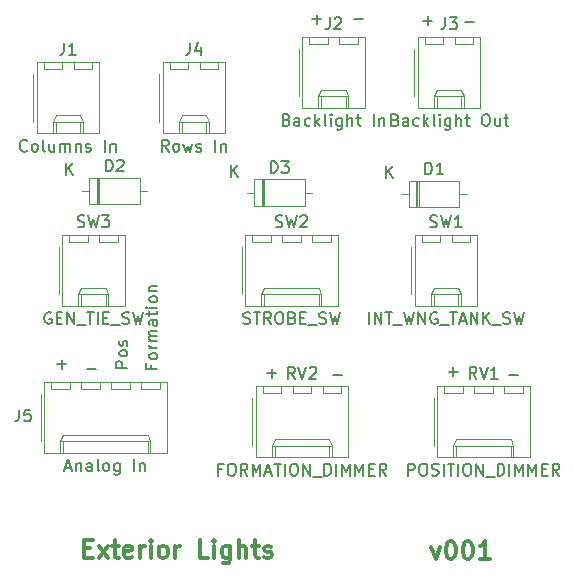
<source format=gbr>
G04 #@! TF.GenerationSoftware,KiCad,Pcbnew,(5.1.5-0-10_14)*
G04 #@! TF.CreationDate,2021-02-06T14:13:38+10:00*
G04 #@! TF.ProjectId,OH - Left Console - 4 - Exterior Lights Panel,4f48202d-204c-4656-9674-20436f6e736f,rev?*
G04 #@! TF.SameCoordinates,Original*
G04 #@! TF.FileFunction,Legend,Top*
G04 #@! TF.FilePolarity,Positive*
%FSLAX46Y46*%
G04 Gerber Fmt 4.6, Leading zero omitted, Abs format (unit mm)*
G04 Created by KiCad (PCBNEW (5.1.5-0-10_14)) date 2021-02-06 14:13:38*
%MOMM*%
%LPD*%
G04 APERTURE LIST*
%ADD10C,0.150000*%
%ADD11C,0.300000*%
%ADD12C,0.120000*%
G04 APERTURE END LIST*
D10*
X141478047Y-131008428D02*
X142239952Y-131008428D01*
X109164380Y-130405047D02*
X108164380Y-130405047D01*
X108164380Y-130024095D01*
X108212000Y-129928857D01*
X108259619Y-129881238D01*
X108354857Y-129833619D01*
X108497714Y-129833619D01*
X108592952Y-129881238D01*
X108640571Y-129928857D01*
X108688190Y-130024095D01*
X108688190Y-130405047D01*
X109164380Y-129262190D02*
X109116761Y-129357428D01*
X109069142Y-129405047D01*
X108973904Y-129452666D01*
X108688190Y-129452666D01*
X108592952Y-129405047D01*
X108545333Y-129357428D01*
X108497714Y-129262190D01*
X108497714Y-129119333D01*
X108545333Y-129024095D01*
X108592952Y-128976476D01*
X108688190Y-128928857D01*
X108973904Y-128928857D01*
X109069142Y-128976476D01*
X109116761Y-129024095D01*
X109164380Y-129119333D01*
X109164380Y-129262190D01*
X109116761Y-128547904D02*
X109164380Y-128452666D01*
X109164380Y-128262190D01*
X109116761Y-128166952D01*
X109021523Y-128119333D01*
X108973904Y-128119333D01*
X108878666Y-128166952D01*
X108831047Y-128262190D01*
X108831047Y-128405047D01*
X108783428Y-128500285D01*
X108688190Y-128547904D01*
X108640571Y-128547904D01*
X108545333Y-128500285D01*
X108497714Y-128405047D01*
X108497714Y-128262190D01*
X108545333Y-128166952D01*
X111180571Y-130166666D02*
X111180571Y-130500000D01*
X111704380Y-130500000D02*
X110704380Y-130500000D01*
X110704380Y-130023809D01*
X111704380Y-129500000D02*
X111656761Y-129595238D01*
X111609142Y-129642857D01*
X111513904Y-129690476D01*
X111228190Y-129690476D01*
X111132952Y-129642857D01*
X111085333Y-129595238D01*
X111037714Y-129500000D01*
X111037714Y-129357142D01*
X111085333Y-129261904D01*
X111132952Y-129214285D01*
X111228190Y-129166666D01*
X111513904Y-129166666D01*
X111609142Y-129214285D01*
X111656761Y-129261904D01*
X111704380Y-129357142D01*
X111704380Y-129500000D01*
X111704380Y-128738095D02*
X111037714Y-128738095D01*
X111228190Y-128738095D02*
X111132952Y-128690476D01*
X111085333Y-128642857D01*
X111037714Y-128547619D01*
X111037714Y-128452380D01*
X111704380Y-128119047D02*
X111037714Y-128119047D01*
X111132952Y-128119047D02*
X111085333Y-128071428D01*
X111037714Y-127976190D01*
X111037714Y-127833333D01*
X111085333Y-127738095D01*
X111180571Y-127690476D01*
X111704380Y-127690476D01*
X111180571Y-127690476D02*
X111085333Y-127642857D01*
X111037714Y-127547619D01*
X111037714Y-127404761D01*
X111085333Y-127309523D01*
X111180571Y-127261904D01*
X111704380Y-127261904D01*
X111704380Y-126357142D02*
X111180571Y-126357142D01*
X111085333Y-126404761D01*
X111037714Y-126500000D01*
X111037714Y-126690476D01*
X111085333Y-126785714D01*
X111656761Y-126357142D02*
X111704380Y-126452380D01*
X111704380Y-126690476D01*
X111656761Y-126785714D01*
X111561523Y-126833333D01*
X111466285Y-126833333D01*
X111371047Y-126785714D01*
X111323428Y-126690476D01*
X111323428Y-126452380D01*
X111275809Y-126357142D01*
X111037714Y-126023809D02*
X111037714Y-125642857D01*
X110704380Y-125880952D02*
X111561523Y-125880952D01*
X111656761Y-125833333D01*
X111704380Y-125738095D01*
X111704380Y-125642857D01*
X111704380Y-125309523D02*
X111037714Y-125309523D01*
X110704380Y-125309523D02*
X110752000Y-125357142D01*
X110799619Y-125309523D01*
X110752000Y-125261904D01*
X110704380Y-125309523D01*
X110799619Y-125309523D01*
X111704380Y-124690476D02*
X111656761Y-124785714D01*
X111609142Y-124833333D01*
X111513904Y-124880952D01*
X111228190Y-124880952D01*
X111132952Y-124833333D01*
X111085333Y-124785714D01*
X111037714Y-124690476D01*
X111037714Y-124547619D01*
X111085333Y-124452380D01*
X111132952Y-124404761D01*
X111228190Y-124357142D01*
X111513904Y-124357142D01*
X111609142Y-124404761D01*
X111656761Y-124452380D01*
X111704380Y-124547619D01*
X111704380Y-124690476D01*
X111037714Y-123928571D02*
X111704380Y-123928571D01*
X111132952Y-123928571D02*
X111085333Y-123880952D01*
X111037714Y-123785714D01*
X111037714Y-123642857D01*
X111085333Y-123547619D01*
X111180571Y-123500000D01*
X111704380Y-123500000D01*
X137795047Y-101163428D02*
X138556952Y-101163428D01*
X128397047Y-100909428D02*
X129158952Y-100909428D01*
X134239047Y-101036428D02*
X135000952Y-101036428D01*
X134620000Y-101417380D02*
X134620000Y-100655476D01*
X124841047Y-100909428D02*
X125602952Y-100909428D01*
X125222000Y-101290380D02*
X125222000Y-100528476D01*
X126619047Y-131008428D02*
X127380952Y-131008428D01*
X105791047Y-130500428D02*
X106552952Y-130500428D01*
X136398047Y-130754428D02*
X137159952Y-130754428D01*
X136779000Y-131135380D02*
X136779000Y-130373476D01*
X121031047Y-130881428D02*
X121792952Y-130881428D01*
X121412000Y-131262380D02*
X121412000Y-130500476D01*
X103251047Y-130119428D02*
X104012952Y-130119428D01*
X103632000Y-130500380D02*
X103632000Y-129738476D01*
D11*
X134914000Y-145601571D02*
X135271142Y-146601571D01*
X135628285Y-145601571D01*
X136485428Y-145101571D02*
X136628285Y-145101571D01*
X136771142Y-145173000D01*
X136842571Y-145244428D01*
X136914000Y-145387285D01*
X136985428Y-145673000D01*
X136985428Y-146030142D01*
X136914000Y-146315857D01*
X136842571Y-146458714D01*
X136771142Y-146530142D01*
X136628285Y-146601571D01*
X136485428Y-146601571D01*
X136342571Y-146530142D01*
X136271142Y-146458714D01*
X136199714Y-146315857D01*
X136128285Y-146030142D01*
X136128285Y-145673000D01*
X136199714Y-145387285D01*
X136271142Y-145244428D01*
X136342571Y-145173000D01*
X136485428Y-145101571D01*
X137914000Y-145101571D02*
X138056857Y-145101571D01*
X138199714Y-145173000D01*
X138271142Y-145244428D01*
X138342571Y-145387285D01*
X138414000Y-145673000D01*
X138414000Y-146030142D01*
X138342571Y-146315857D01*
X138271142Y-146458714D01*
X138199714Y-146530142D01*
X138056857Y-146601571D01*
X137914000Y-146601571D01*
X137771142Y-146530142D01*
X137699714Y-146458714D01*
X137628285Y-146315857D01*
X137556857Y-146030142D01*
X137556857Y-145673000D01*
X137628285Y-145387285D01*
X137699714Y-145244428D01*
X137771142Y-145173000D01*
X137914000Y-145101571D01*
X139842571Y-146601571D02*
X138985428Y-146601571D01*
X139414000Y-146601571D02*
X139414000Y-145101571D01*
X139271142Y-145315857D01*
X139128285Y-145458714D01*
X138985428Y-145530142D01*
X105518142Y-145688857D02*
X106018142Y-145688857D01*
X106232428Y-146474571D02*
X105518142Y-146474571D01*
X105518142Y-144974571D01*
X106232428Y-144974571D01*
X106732428Y-146474571D02*
X107518142Y-145474571D01*
X106732428Y-145474571D02*
X107518142Y-146474571D01*
X107875285Y-145474571D02*
X108446714Y-145474571D01*
X108089571Y-144974571D02*
X108089571Y-146260285D01*
X108161000Y-146403142D01*
X108303857Y-146474571D01*
X108446714Y-146474571D01*
X109518142Y-146403142D02*
X109375285Y-146474571D01*
X109089571Y-146474571D01*
X108946714Y-146403142D01*
X108875285Y-146260285D01*
X108875285Y-145688857D01*
X108946714Y-145546000D01*
X109089571Y-145474571D01*
X109375285Y-145474571D01*
X109518142Y-145546000D01*
X109589571Y-145688857D01*
X109589571Y-145831714D01*
X108875285Y-145974571D01*
X110232428Y-146474571D02*
X110232428Y-145474571D01*
X110232428Y-145760285D02*
X110303857Y-145617428D01*
X110375285Y-145546000D01*
X110518142Y-145474571D01*
X110661000Y-145474571D01*
X111161000Y-146474571D02*
X111161000Y-145474571D01*
X111161000Y-144974571D02*
X111089571Y-145046000D01*
X111161000Y-145117428D01*
X111232428Y-145046000D01*
X111161000Y-144974571D01*
X111161000Y-145117428D01*
X112089571Y-146474571D02*
X111946714Y-146403142D01*
X111875285Y-146331714D01*
X111803857Y-146188857D01*
X111803857Y-145760285D01*
X111875285Y-145617428D01*
X111946714Y-145546000D01*
X112089571Y-145474571D01*
X112303857Y-145474571D01*
X112446714Y-145546000D01*
X112518142Y-145617428D01*
X112589571Y-145760285D01*
X112589571Y-146188857D01*
X112518142Y-146331714D01*
X112446714Y-146403142D01*
X112303857Y-146474571D01*
X112089571Y-146474571D01*
X113232428Y-146474571D02*
X113232428Y-145474571D01*
X113232428Y-145760285D02*
X113303857Y-145617428D01*
X113375285Y-145546000D01*
X113518142Y-145474571D01*
X113661000Y-145474571D01*
X116018142Y-146474571D02*
X115303857Y-146474571D01*
X115303857Y-144974571D01*
X116518142Y-146474571D02*
X116518142Y-145474571D01*
X116518142Y-144974571D02*
X116446714Y-145046000D01*
X116518142Y-145117428D01*
X116589571Y-145046000D01*
X116518142Y-144974571D01*
X116518142Y-145117428D01*
X117875285Y-145474571D02*
X117875285Y-146688857D01*
X117803857Y-146831714D01*
X117732428Y-146903142D01*
X117589571Y-146974571D01*
X117375285Y-146974571D01*
X117232428Y-146903142D01*
X117875285Y-146403142D02*
X117732428Y-146474571D01*
X117446714Y-146474571D01*
X117303857Y-146403142D01*
X117232428Y-146331714D01*
X117161000Y-146188857D01*
X117161000Y-145760285D01*
X117232428Y-145617428D01*
X117303857Y-145546000D01*
X117446714Y-145474571D01*
X117732428Y-145474571D01*
X117875285Y-145546000D01*
X118589571Y-146474571D02*
X118589571Y-144974571D01*
X119232428Y-146474571D02*
X119232428Y-145688857D01*
X119161000Y-145546000D01*
X119018142Y-145474571D01*
X118803857Y-145474571D01*
X118661000Y-145546000D01*
X118589571Y-145617428D01*
X119732428Y-145474571D02*
X120303857Y-145474571D01*
X119946714Y-144974571D02*
X119946714Y-146260285D01*
X120018142Y-146403142D01*
X120161000Y-146474571D01*
X120303857Y-146474571D01*
X120732428Y-146403142D02*
X120875285Y-146474571D01*
X121161000Y-146474571D01*
X121303857Y-146403142D01*
X121375285Y-146260285D01*
X121375285Y-146188857D01*
X121303857Y-146046000D01*
X121161000Y-145974571D01*
X120946714Y-145974571D01*
X120803857Y-145903142D01*
X120732428Y-145760285D01*
X120732428Y-145688857D01*
X120803857Y-145546000D01*
X120946714Y-145474571D01*
X121161000Y-145474571D01*
X121303857Y-145546000D01*
D12*
X138214000Y-119744000D02*
X138214000Y-119144000D01*
X136614000Y-119744000D02*
X138214000Y-119744000D01*
X136614000Y-119144000D02*
X136614000Y-119744000D01*
X135674000Y-119744000D02*
X135674000Y-119144000D01*
X134074000Y-119744000D02*
X135674000Y-119744000D01*
X134074000Y-119144000D02*
X134074000Y-119744000D01*
X137164000Y-125164000D02*
X137164000Y-124164000D01*
X135124000Y-125164000D02*
X135124000Y-124164000D01*
X137164000Y-123634000D02*
X137414000Y-124164000D01*
X135124000Y-123634000D02*
X137164000Y-123634000D01*
X134874000Y-124164000D02*
X135124000Y-123634000D01*
X137414000Y-124164000D02*
X137414000Y-125164000D01*
X134874000Y-124164000D02*
X137414000Y-124164000D01*
X134874000Y-125164000D02*
X134874000Y-124164000D01*
X133204000Y-120174000D02*
X133204000Y-124174000D01*
X138794000Y-119144000D02*
X133494000Y-119144000D01*
X138794000Y-125164000D02*
X138794000Y-119144000D01*
X133494000Y-125164000D02*
X138794000Y-125164000D01*
X133494000Y-119144000D02*
X133494000Y-125164000D01*
X108369000Y-119744000D02*
X108369000Y-119144000D01*
X106769000Y-119744000D02*
X108369000Y-119744000D01*
X106769000Y-119144000D02*
X106769000Y-119744000D01*
X105829000Y-119744000D02*
X105829000Y-119144000D01*
X104229000Y-119744000D02*
X105829000Y-119744000D01*
X104229000Y-119144000D02*
X104229000Y-119744000D01*
X107319000Y-125164000D02*
X107319000Y-124164000D01*
X105279000Y-125164000D02*
X105279000Y-124164000D01*
X107319000Y-123634000D02*
X107569000Y-124164000D01*
X105279000Y-123634000D02*
X107319000Y-123634000D01*
X105029000Y-124164000D02*
X105279000Y-123634000D01*
X107569000Y-124164000D02*
X107569000Y-125164000D01*
X105029000Y-124164000D02*
X107569000Y-124164000D01*
X105029000Y-125164000D02*
X105029000Y-124164000D01*
X103359000Y-120174000D02*
X103359000Y-124174000D01*
X108949000Y-119144000D02*
X103649000Y-119144000D01*
X108949000Y-125164000D02*
X108949000Y-119144000D01*
X103649000Y-125164000D02*
X108949000Y-125164000D01*
X103649000Y-119144000D02*
X103649000Y-125164000D01*
X111925000Y-132190000D02*
X111925000Y-131590000D01*
X110325000Y-132190000D02*
X111925000Y-132190000D01*
X110325000Y-131590000D02*
X110325000Y-132190000D01*
X109385000Y-132190000D02*
X109385000Y-131590000D01*
X107785000Y-132190000D02*
X109385000Y-132190000D01*
X107785000Y-131590000D02*
X107785000Y-132190000D01*
X106845000Y-132190000D02*
X106845000Y-131590000D01*
X105245000Y-132190000D02*
X106845000Y-132190000D01*
X105245000Y-131590000D02*
X105245000Y-132190000D01*
X104305000Y-132190000D02*
X104305000Y-131590000D01*
X102705000Y-132190000D02*
X104305000Y-132190000D01*
X102705000Y-131590000D02*
X102705000Y-132190000D01*
X110875000Y-137610000D02*
X110875000Y-136610000D01*
X103755000Y-137610000D02*
X103755000Y-136610000D01*
X110875000Y-136080000D02*
X111125000Y-136610000D01*
X103755000Y-136080000D02*
X110875000Y-136080000D01*
X103505000Y-136610000D02*
X103755000Y-136080000D01*
X111125000Y-136610000D02*
X111125000Y-137610000D01*
X103505000Y-136610000D02*
X111125000Y-136610000D01*
X103505000Y-137610000D02*
X103505000Y-136610000D01*
X101835000Y-132620000D02*
X101835000Y-136620000D01*
X112505000Y-131590000D02*
X102125000Y-131590000D01*
X112505000Y-137610000D02*
X112505000Y-131590000D01*
X102125000Y-137610000D02*
X112505000Y-137610000D01*
X102125000Y-131590000D02*
X102125000Y-137610000D01*
X116878000Y-105139000D02*
X116878000Y-104539000D01*
X115278000Y-105139000D02*
X116878000Y-105139000D01*
X115278000Y-104539000D02*
X115278000Y-105139000D01*
X114338000Y-105139000D02*
X114338000Y-104539000D01*
X112738000Y-105139000D02*
X114338000Y-105139000D01*
X112738000Y-104539000D02*
X112738000Y-105139000D01*
X115828000Y-110559000D02*
X115828000Y-109559000D01*
X113788000Y-110559000D02*
X113788000Y-109559000D01*
X115828000Y-109029000D02*
X116078000Y-109559000D01*
X113788000Y-109029000D02*
X115828000Y-109029000D01*
X113538000Y-109559000D02*
X113788000Y-109029000D01*
X116078000Y-109559000D02*
X116078000Y-110559000D01*
X113538000Y-109559000D02*
X116078000Y-109559000D01*
X113538000Y-110559000D02*
X113538000Y-109559000D01*
X111868000Y-105569000D02*
X111868000Y-109569000D01*
X117458000Y-104539000D02*
X112158000Y-104539000D01*
X117458000Y-110559000D02*
X117458000Y-104539000D01*
X112158000Y-110559000D02*
X117458000Y-110559000D01*
X112158000Y-104539000D02*
X112158000Y-110559000D01*
X138468000Y-102980000D02*
X138468000Y-102380000D01*
X136868000Y-102980000D02*
X138468000Y-102980000D01*
X136868000Y-102380000D02*
X136868000Y-102980000D01*
X135928000Y-102980000D02*
X135928000Y-102380000D01*
X134328000Y-102980000D02*
X135928000Y-102980000D01*
X134328000Y-102380000D02*
X134328000Y-102980000D01*
X137418000Y-108400000D02*
X137418000Y-107400000D01*
X135378000Y-108400000D02*
X135378000Y-107400000D01*
X137418000Y-106870000D02*
X137668000Y-107400000D01*
X135378000Y-106870000D02*
X137418000Y-106870000D01*
X135128000Y-107400000D02*
X135378000Y-106870000D01*
X137668000Y-107400000D02*
X137668000Y-108400000D01*
X135128000Y-107400000D02*
X137668000Y-107400000D01*
X135128000Y-108400000D02*
X135128000Y-107400000D01*
X133458000Y-103410000D02*
X133458000Y-107410000D01*
X139048000Y-102380000D02*
X133748000Y-102380000D01*
X139048000Y-108400000D02*
X139048000Y-102380000D01*
X133748000Y-108400000D02*
X139048000Y-108400000D01*
X133748000Y-102380000D02*
X133748000Y-108400000D01*
X128689000Y-102980000D02*
X128689000Y-102380000D01*
X127089000Y-102980000D02*
X128689000Y-102980000D01*
X127089000Y-102380000D02*
X127089000Y-102980000D01*
X126149000Y-102980000D02*
X126149000Y-102380000D01*
X124549000Y-102980000D02*
X126149000Y-102980000D01*
X124549000Y-102380000D02*
X124549000Y-102980000D01*
X127639000Y-108400000D02*
X127639000Y-107400000D01*
X125599000Y-108400000D02*
X125599000Y-107400000D01*
X127639000Y-106870000D02*
X127889000Y-107400000D01*
X125599000Y-106870000D02*
X127639000Y-106870000D01*
X125349000Y-107400000D02*
X125599000Y-106870000D01*
X127889000Y-107400000D02*
X127889000Y-108400000D01*
X125349000Y-107400000D02*
X127889000Y-107400000D01*
X125349000Y-108400000D02*
X125349000Y-107400000D01*
X123679000Y-103410000D02*
X123679000Y-107410000D01*
X129269000Y-102380000D02*
X123969000Y-102380000D01*
X129269000Y-108400000D02*
X129269000Y-102380000D01*
X123969000Y-108400000D02*
X129269000Y-108400000D01*
X123969000Y-102380000D02*
X123969000Y-108400000D01*
X106210000Y-105139000D02*
X106210000Y-104539000D01*
X104610000Y-105139000D02*
X106210000Y-105139000D01*
X104610000Y-104539000D02*
X104610000Y-105139000D01*
X103670000Y-105139000D02*
X103670000Y-104539000D01*
X102070000Y-105139000D02*
X103670000Y-105139000D01*
X102070000Y-104539000D02*
X102070000Y-105139000D01*
X105160000Y-110559000D02*
X105160000Y-109559000D01*
X103120000Y-110559000D02*
X103120000Y-109559000D01*
X105160000Y-109029000D02*
X105410000Y-109559000D01*
X103120000Y-109029000D02*
X105160000Y-109029000D01*
X102870000Y-109559000D02*
X103120000Y-109029000D01*
X105410000Y-109559000D02*
X105410000Y-110559000D01*
X102870000Y-109559000D02*
X105410000Y-109559000D01*
X102870000Y-110559000D02*
X102870000Y-109559000D01*
X101200000Y-105569000D02*
X101200000Y-109569000D01*
X106790000Y-104539000D02*
X101490000Y-104539000D01*
X106790000Y-110559000D02*
X106790000Y-104539000D01*
X101490000Y-110559000D02*
X106790000Y-110559000D01*
X101490000Y-104539000D02*
X101490000Y-110559000D01*
X120527000Y-114450000D02*
X120527000Y-116690000D01*
X120767000Y-114450000D02*
X120767000Y-116690000D01*
X120647000Y-114450000D02*
X120647000Y-116690000D01*
X124817000Y-115570000D02*
X124167000Y-115570000D01*
X119277000Y-115570000D02*
X119927000Y-115570000D01*
X124167000Y-114450000D02*
X119927000Y-114450000D01*
X124167000Y-116690000D02*
X124167000Y-114450000D01*
X119927000Y-116690000D02*
X124167000Y-116690000D01*
X119927000Y-114450000D02*
X119927000Y-116690000D01*
X106557000Y-114323000D02*
X106557000Y-116563000D01*
X106797000Y-114323000D02*
X106797000Y-116563000D01*
X106677000Y-114323000D02*
X106677000Y-116563000D01*
X110847000Y-115443000D02*
X110197000Y-115443000D01*
X105307000Y-115443000D02*
X105957000Y-115443000D01*
X110197000Y-114323000D02*
X105957000Y-114323000D01*
X110197000Y-116563000D02*
X110197000Y-114323000D01*
X105957000Y-116563000D02*
X110197000Y-116563000D01*
X105957000Y-114323000D02*
X105957000Y-116563000D01*
X133608000Y-114577000D02*
X133608000Y-116817000D01*
X133848000Y-114577000D02*
X133848000Y-116817000D01*
X133728000Y-114577000D02*
X133728000Y-116817000D01*
X137898000Y-115697000D02*
X137248000Y-115697000D01*
X132358000Y-115697000D02*
X133008000Y-115697000D01*
X137248000Y-114577000D02*
X133008000Y-114577000D01*
X137248000Y-116817000D02*
X137248000Y-114577000D01*
X133008000Y-116817000D02*
X137248000Y-116817000D01*
X133008000Y-114577000D02*
X133008000Y-116817000D01*
X126403000Y-119744000D02*
X126403000Y-119144000D01*
X124803000Y-119744000D02*
X126403000Y-119744000D01*
X124803000Y-119144000D02*
X124803000Y-119744000D01*
X123863000Y-119744000D02*
X123863000Y-119144000D01*
X122263000Y-119744000D02*
X123863000Y-119744000D01*
X122263000Y-119144000D02*
X122263000Y-119744000D01*
X121323000Y-119744000D02*
X121323000Y-119144000D01*
X119723000Y-119744000D02*
X121323000Y-119744000D01*
X119723000Y-119144000D02*
X119723000Y-119744000D01*
X125353000Y-125164000D02*
X125353000Y-124164000D01*
X120773000Y-125164000D02*
X120773000Y-124164000D01*
X125353000Y-123634000D02*
X125603000Y-124164000D01*
X120773000Y-123634000D02*
X125353000Y-123634000D01*
X120523000Y-124164000D02*
X120773000Y-123634000D01*
X125603000Y-124164000D02*
X125603000Y-125164000D01*
X120523000Y-124164000D02*
X125603000Y-124164000D01*
X120523000Y-125164000D02*
X120523000Y-124164000D01*
X118853000Y-120174000D02*
X118853000Y-124174000D01*
X126983000Y-119144000D02*
X119143000Y-119144000D01*
X126983000Y-125164000D02*
X126983000Y-119144000D01*
X119143000Y-125164000D02*
X126983000Y-125164000D01*
X119143000Y-119144000D02*
X119143000Y-125164000D01*
X127292000Y-132571000D02*
X127292000Y-131971000D01*
X125692000Y-132571000D02*
X127292000Y-132571000D01*
X125692000Y-131971000D02*
X125692000Y-132571000D01*
X124752000Y-132571000D02*
X124752000Y-131971000D01*
X123152000Y-132571000D02*
X124752000Y-132571000D01*
X123152000Y-131971000D02*
X123152000Y-132571000D01*
X122212000Y-132571000D02*
X122212000Y-131971000D01*
X120612000Y-132571000D02*
X122212000Y-132571000D01*
X120612000Y-131971000D02*
X120612000Y-132571000D01*
X126242000Y-137991000D02*
X126242000Y-136991000D01*
X121662000Y-137991000D02*
X121662000Y-136991000D01*
X126242000Y-136461000D02*
X126492000Y-136991000D01*
X121662000Y-136461000D02*
X126242000Y-136461000D01*
X121412000Y-136991000D02*
X121662000Y-136461000D01*
X126492000Y-136991000D02*
X126492000Y-137991000D01*
X121412000Y-136991000D02*
X126492000Y-136991000D01*
X121412000Y-137991000D02*
X121412000Y-136991000D01*
X119742000Y-133001000D02*
X119742000Y-137001000D01*
X127872000Y-131971000D02*
X120032000Y-131971000D01*
X127872000Y-137991000D02*
X127872000Y-131971000D01*
X120032000Y-137991000D02*
X127872000Y-137991000D01*
X120032000Y-131971000D02*
X120032000Y-137991000D01*
X142659000Y-132571000D02*
X142659000Y-131971000D01*
X141059000Y-132571000D02*
X142659000Y-132571000D01*
X141059000Y-131971000D02*
X141059000Y-132571000D01*
X140119000Y-132571000D02*
X140119000Y-131971000D01*
X138519000Y-132571000D02*
X140119000Y-132571000D01*
X138519000Y-131971000D02*
X138519000Y-132571000D01*
X137579000Y-132571000D02*
X137579000Y-131971000D01*
X135979000Y-132571000D02*
X137579000Y-132571000D01*
X135979000Y-131971000D02*
X135979000Y-132571000D01*
X141609000Y-137991000D02*
X141609000Y-136991000D01*
X137029000Y-137991000D02*
X137029000Y-136991000D01*
X141609000Y-136461000D02*
X141859000Y-136991000D01*
X137029000Y-136461000D02*
X141609000Y-136461000D01*
X136779000Y-136991000D02*
X137029000Y-136461000D01*
X141859000Y-136991000D02*
X141859000Y-137991000D01*
X136779000Y-136991000D02*
X141859000Y-136991000D01*
X136779000Y-137991000D02*
X136779000Y-136991000D01*
X135109000Y-133001000D02*
X135109000Y-137001000D01*
X143239000Y-131971000D02*
X135399000Y-131971000D01*
X143239000Y-137991000D02*
X143239000Y-131971000D01*
X135399000Y-137991000D02*
X143239000Y-137991000D01*
X135399000Y-131971000D02*
X135399000Y-137991000D01*
D10*
X134810666Y-118458761D02*
X134953523Y-118506380D01*
X135191619Y-118506380D01*
X135286857Y-118458761D01*
X135334476Y-118411142D01*
X135382095Y-118315904D01*
X135382095Y-118220666D01*
X135334476Y-118125428D01*
X135286857Y-118077809D01*
X135191619Y-118030190D01*
X135001142Y-117982571D01*
X134905904Y-117934952D01*
X134858285Y-117887333D01*
X134810666Y-117792095D01*
X134810666Y-117696857D01*
X134858285Y-117601619D01*
X134905904Y-117554000D01*
X135001142Y-117506380D01*
X135239238Y-117506380D01*
X135382095Y-117554000D01*
X135715428Y-117506380D02*
X135953523Y-118506380D01*
X136144000Y-117792095D01*
X136334476Y-118506380D01*
X136572571Y-117506380D01*
X137477333Y-118506380D02*
X136905904Y-118506380D01*
X137191619Y-118506380D02*
X137191619Y-117506380D01*
X137096380Y-117649238D01*
X137001142Y-117744476D01*
X136905904Y-117792095D01*
X129620190Y-126706380D02*
X129620190Y-125706380D01*
X130096380Y-126706380D02*
X130096380Y-125706380D01*
X130667809Y-126706380D01*
X130667809Y-125706380D01*
X131001142Y-125706380D02*
X131572571Y-125706380D01*
X131286857Y-126706380D02*
X131286857Y-125706380D01*
X131667809Y-126801619D02*
X132429714Y-126801619D01*
X132572571Y-125706380D02*
X132810666Y-126706380D01*
X133001142Y-125992095D01*
X133191619Y-126706380D01*
X133429714Y-125706380D01*
X133810666Y-126706380D02*
X133810666Y-125706380D01*
X134382095Y-126706380D01*
X134382095Y-125706380D01*
X135382095Y-125754000D02*
X135286857Y-125706380D01*
X135144000Y-125706380D01*
X135001142Y-125754000D01*
X134905904Y-125849238D01*
X134858285Y-125944476D01*
X134810666Y-126134952D01*
X134810666Y-126277809D01*
X134858285Y-126468285D01*
X134905904Y-126563523D01*
X135001142Y-126658761D01*
X135144000Y-126706380D01*
X135239238Y-126706380D01*
X135382095Y-126658761D01*
X135429714Y-126611142D01*
X135429714Y-126277809D01*
X135239238Y-126277809D01*
X135620190Y-126801619D02*
X136382095Y-126801619D01*
X136477333Y-125706380D02*
X137048761Y-125706380D01*
X136763047Y-126706380D02*
X136763047Y-125706380D01*
X137334476Y-126420666D02*
X137810666Y-126420666D01*
X137239238Y-126706380D02*
X137572571Y-125706380D01*
X137905904Y-126706380D01*
X138239238Y-126706380D02*
X138239238Y-125706380D01*
X138810666Y-126706380D01*
X138810666Y-125706380D01*
X139286857Y-126706380D02*
X139286857Y-125706380D01*
X139858285Y-126706380D02*
X139429714Y-126134952D01*
X139858285Y-125706380D02*
X139286857Y-126277809D01*
X140048761Y-126801619D02*
X140810666Y-126801619D01*
X141001142Y-126658761D02*
X141144000Y-126706380D01*
X141382095Y-126706380D01*
X141477333Y-126658761D01*
X141524952Y-126611142D01*
X141572571Y-126515904D01*
X141572571Y-126420666D01*
X141524952Y-126325428D01*
X141477333Y-126277809D01*
X141382095Y-126230190D01*
X141191619Y-126182571D01*
X141096380Y-126134952D01*
X141048761Y-126087333D01*
X141001142Y-125992095D01*
X141001142Y-125896857D01*
X141048761Y-125801619D01*
X141096380Y-125754000D01*
X141191619Y-125706380D01*
X141429714Y-125706380D01*
X141572571Y-125754000D01*
X141905904Y-125706380D02*
X142144000Y-126706380D01*
X142334476Y-125992095D01*
X142524952Y-126706380D01*
X142763047Y-125706380D01*
X104965666Y-118458761D02*
X105108523Y-118506380D01*
X105346619Y-118506380D01*
X105441857Y-118458761D01*
X105489476Y-118411142D01*
X105537095Y-118315904D01*
X105537095Y-118220666D01*
X105489476Y-118125428D01*
X105441857Y-118077809D01*
X105346619Y-118030190D01*
X105156142Y-117982571D01*
X105060904Y-117934952D01*
X105013285Y-117887333D01*
X104965666Y-117792095D01*
X104965666Y-117696857D01*
X105013285Y-117601619D01*
X105060904Y-117554000D01*
X105156142Y-117506380D01*
X105394238Y-117506380D01*
X105537095Y-117554000D01*
X105870428Y-117506380D02*
X106108523Y-118506380D01*
X106299000Y-117792095D01*
X106489476Y-118506380D01*
X106727571Y-117506380D01*
X107013285Y-117506380D02*
X107632333Y-117506380D01*
X107299000Y-117887333D01*
X107441857Y-117887333D01*
X107537095Y-117934952D01*
X107584714Y-117982571D01*
X107632333Y-118077809D01*
X107632333Y-118315904D01*
X107584714Y-118411142D01*
X107537095Y-118458761D01*
X107441857Y-118506380D01*
X107156142Y-118506380D01*
X107060904Y-118458761D01*
X107013285Y-118411142D01*
X102703761Y-125754000D02*
X102608523Y-125706380D01*
X102465666Y-125706380D01*
X102322809Y-125754000D01*
X102227571Y-125849238D01*
X102179952Y-125944476D01*
X102132333Y-126134952D01*
X102132333Y-126277809D01*
X102179952Y-126468285D01*
X102227571Y-126563523D01*
X102322809Y-126658761D01*
X102465666Y-126706380D01*
X102560904Y-126706380D01*
X102703761Y-126658761D01*
X102751380Y-126611142D01*
X102751380Y-126277809D01*
X102560904Y-126277809D01*
X103179952Y-126182571D02*
X103513285Y-126182571D01*
X103656142Y-126706380D02*
X103179952Y-126706380D01*
X103179952Y-125706380D01*
X103656142Y-125706380D01*
X104084714Y-126706380D02*
X104084714Y-125706380D01*
X104656142Y-126706380D01*
X104656142Y-125706380D01*
X104894238Y-126801619D02*
X105656142Y-126801619D01*
X105751380Y-125706380D02*
X106322809Y-125706380D01*
X106037095Y-126706380D02*
X106037095Y-125706380D01*
X106656142Y-126706380D02*
X106656142Y-125706380D01*
X107132333Y-126182571D02*
X107465666Y-126182571D01*
X107608523Y-126706380D02*
X107132333Y-126706380D01*
X107132333Y-125706380D01*
X107608523Y-125706380D01*
X107799000Y-126801619D02*
X108560904Y-126801619D01*
X108751380Y-126658761D02*
X108894238Y-126706380D01*
X109132333Y-126706380D01*
X109227571Y-126658761D01*
X109275190Y-126611142D01*
X109322809Y-126515904D01*
X109322809Y-126420666D01*
X109275190Y-126325428D01*
X109227571Y-126277809D01*
X109132333Y-126230190D01*
X108941857Y-126182571D01*
X108846619Y-126134952D01*
X108799000Y-126087333D01*
X108751380Y-125992095D01*
X108751380Y-125896857D01*
X108799000Y-125801619D01*
X108846619Y-125754000D01*
X108941857Y-125706380D01*
X109179952Y-125706380D01*
X109322809Y-125754000D01*
X109656142Y-125706380D02*
X109894238Y-126706380D01*
X110084714Y-125992095D01*
X110275190Y-126706380D01*
X110513285Y-125706380D01*
X99996666Y-133945380D02*
X99996666Y-134659666D01*
X99949047Y-134802523D01*
X99853809Y-134897761D01*
X99710952Y-134945380D01*
X99615714Y-134945380D01*
X100949047Y-133945380D02*
X100472857Y-133945380D01*
X100425238Y-134421571D01*
X100472857Y-134373952D01*
X100568095Y-134326333D01*
X100806190Y-134326333D01*
X100901428Y-134373952D01*
X100949047Y-134421571D01*
X100996666Y-134516809D01*
X100996666Y-134754904D01*
X100949047Y-134850142D01*
X100901428Y-134897761D01*
X100806190Y-134945380D01*
X100568095Y-134945380D01*
X100472857Y-134897761D01*
X100425238Y-134850142D01*
X103934047Y-138866666D02*
X104410238Y-138866666D01*
X103838809Y-139152380D02*
X104172142Y-138152380D01*
X104505476Y-139152380D01*
X104838809Y-138485714D02*
X104838809Y-139152380D01*
X104838809Y-138580952D02*
X104886428Y-138533333D01*
X104981666Y-138485714D01*
X105124523Y-138485714D01*
X105219761Y-138533333D01*
X105267380Y-138628571D01*
X105267380Y-139152380D01*
X106172142Y-139152380D02*
X106172142Y-138628571D01*
X106124523Y-138533333D01*
X106029285Y-138485714D01*
X105838809Y-138485714D01*
X105743571Y-138533333D01*
X106172142Y-139104761D02*
X106076904Y-139152380D01*
X105838809Y-139152380D01*
X105743571Y-139104761D01*
X105695952Y-139009523D01*
X105695952Y-138914285D01*
X105743571Y-138819047D01*
X105838809Y-138771428D01*
X106076904Y-138771428D01*
X106172142Y-138723809D01*
X106791190Y-139152380D02*
X106695952Y-139104761D01*
X106648333Y-139009523D01*
X106648333Y-138152380D01*
X107315000Y-139152380D02*
X107219761Y-139104761D01*
X107172142Y-139057142D01*
X107124523Y-138961904D01*
X107124523Y-138676190D01*
X107172142Y-138580952D01*
X107219761Y-138533333D01*
X107315000Y-138485714D01*
X107457857Y-138485714D01*
X107553095Y-138533333D01*
X107600714Y-138580952D01*
X107648333Y-138676190D01*
X107648333Y-138961904D01*
X107600714Y-139057142D01*
X107553095Y-139104761D01*
X107457857Y-139152380D01*
X107315000Y-139152380D01*
X108505476Y-138485714D02*
X108505476Y-139295238D01*
X108457857Y-139390476D01*
X108410238Y-139438095D01*
X108315000Y-139485714D01*
X108172142Y-139485714D01*
X108076904Y-139438095D01*
X108505476Y-139104761D02*
X108410238Y-139152380D01*
X108219761Y-139152380D01*
X108124523Y-139104761D01*
X108076904Y-139057142D01*
X108029285Y-138961904D01*
X108029285Y-138676190D01*
X108076904Y-138580952D01*
X108124523Y-138533333D01*
X108219761Y-138485714D01*
X108410238Y-138485714D01*
X108505476Y-138533333D01*
X109743571Y-139152380D02*
X109743571Y-138152380D01*
X110219761Y-138485714D02*
X110219761Y-139152380D01*
X110219761Y-138580952D02*
X110267380Y-138533333D01*
X110362619Y-138485714D01*
X110505476Y-138485714D01*
X110600714Y-138533333D01*
X110648333Y-138628571D01*
X110648333Y-139152380D01*
X114474666Y-102901380D02*
X114474666Y-103615666D01*
X114427047Y-103758523D01*
X114331809Y-103853761D01*
X114188952Y-103901380D01*
X114093714Y-103901380D01*
X115379428Y-103234714D02*
X115379428Y-103901380D01*
X115141333Y-102853761D02*
X114903238Y-103568047D01*
X115522285Y-103568047D01*
X112665142Y-112101380D02*
X112331809Y-111625190D01*
X112093714Y-112101380D02*
X112093714Y-111101380D01*
X112474666Y-111101380D01*
X112569904Y-111149000D01*
X112617523Y-111196619D01*
X112665142Y-111291857D01*
X112665142Y-111434714D01*
X112617523Y-111529952D01*
X112569904Y-111577571D01*
X112474666Y-111625190D01*
X112093714Y-111625190D01*
X113236571Y-112101380D02*
X113141333Y-112053761D01*
X113093714Y-112006142D01*
X113046095Y-111910904D01*
X113046095Y-111625190D01*
X113093714Y-111529952D01*
X113141333Y-111482333D01*
X113236571Y-111434714D01*
X113379428Y-111434714D01*
X113474666Y-111482333D01*
X113522285Y-111529952D01*
X113569904Y-111625190D01*
X113569904Y-111910904D01*
X113522285Y-112006142D01*
X113474666Y-112053761D01*
X113379428Y-112101380D01*
X113236571Y-112101380D01*
X113903238Y-111434714D02*
X114093714Y-112101380D01*
X114284190Y-111625190D01*
X114474666Y-112101380D01*
X114665142Y-111434714D01*
X114998476Y-112053761D02*
X115093714Y-112101380D01*
X115284190Y-112101380D01*
X115379428Y-112053761D01*
X115427047Y-111958523D01*
X115427047Y-111910904D01*
X115379428Y-111815666D01*
X115284190Y-111768047D01*
X115141333Y-111768047D01*
X115046095Y-111720428D01*
X114998476Y-111625190D01*
X114998476Y-111577571D01*
X115046095Y-111482333D01*
X115141333Y-111434714D01*
X115284190Y-111434714D01*
X115379428Y-111482333D01*
X116617523Y-112101380D02*
X116617523Y-111101380D01*
X117093714Y-111434714D02*
X117093714Y-112101380D01*
X117093714Y-111529952D02*
X117141333Y-111482333D01*
X117236571Y-111434714D01*
X117379428Y-111434714D01*
X117474666Y-111482333D01*
X117522285Y-111577571D01*
X117522285Y-112101380D01*
X136064666Y-100742380D02*
X136064666Y-101456666D01*
X136017047Y-101599523D01*
X135921809Y-101694761D01*
X135778952Y-101742380D01*
X135683714Y-101742380D01*
X136445619Y-100742380D02*
X137064666Y-100742380D01*
X136731333Y-101123333D01*
X136874190Y-101123333D01*
X136969428Y-101170952D01*
X137017047Y-101218571D01*
X137064666Y-101313809D01*
X137064666Y-101551904D01*
X137017047Y-101647142D01*
X136969428Y-101694761D01*
X136874190Y-101742380D01*
X136588476Y-101742380D01*
X136493238Y-101694761D01*
X136445619Y-101647142D01*
X131850380Y-109418571D02*
X131993238Y-109466190D01*
X132040857Y-109513809D01*
X132088476Y-109609047D01*
X132088476Y-109751904D01*
X132040857Y-109847142D01*
X131993238Y-109894761D01*
X131898000Y-109942380D01*
X131517047Y-109942380D01*
X131517047Y-108942380D01*
X131850380Y-108942380D01*
X131945619Y-108990000D01*
X131993238Y-109037619D01*
X132040857Y-109132857D01*
X132040857Y-109228095D01*
X131993238Y-109323333D01*
X131945619Y-109370952D01*
X131850380Y-109418571D01*
X131517047Y-109418571D01*
X132945619Y-109942380D02*
X132945619Y-109418571D01*
X132898000Y-109323333D01*
X132802761Y-109275714D01*
X132612285Y-109275714D01*
X132517047Y-109323333D01*
X132945619Y-109894761D02*
X132850380Y-109942380D01*
X132612285Y-109942380D01*
X132517047Y-109894761D01*
X132469428Y-109799523D01*
X132469428Y-109704285D01*
X132517047Y-109609047D01*
X132612285Y-109561428D01*
X132850380Y-109561428D01*
X132945619Y-109513809D01*
X133850380Y-109894761D02*
X133755142Y-109942380D01*
X133564666Y-109942380D01*
X133469428Y-109894761D01*
X133421809Y-109847142D01*
X133374190Y-109751904D01*
X133374190Y-109466190D01*
X133421809Y-109370952D01*
X133469428Y-109323333D01*
X133564666Y-109275714D01*
X133755142Y-109275714D01*
X133850380Y-109323333D01*
X134278952Y-109942380D02*
X134278952Y-108942380D01*
X134374190Y-109561428D02*
X134659904Y-109942380D01*
X134659904Y-109275714D02*
X134278952Y-109656666D01*
X135231333Y-109942380D02*
X135136095Y-109894761D01*
X135088476Y-109799523D01*
X135088476Y-108942380D01*
X135612285Y-109942380D02*
X135612285Y-109275714D01*
X135612285Y-108942380D02*
X135564666Y-108990000D01*
X135612285Y-109037619D01*
X135659904Y-108990000D01*
X135612285Y-108942380D01*
X135612285Y-109037619D01*
X136517047Y-109275714D02*
X136517047Y-110085238D01*
X136469428Y-110180476D01*
X136421809Y-110228095D01*
X136326571Y-110275714D01*
X136183714Y-110275714D01*
X136088476Y-110228095D01*
X136517047Y-109894761D02*
X136421809Y-109942380D01*
X136231333Y-109942380D01*
X136136095Y-109894761D01*
X136088476Y-109847142D01*
X136040857Y-109751904D01*
X136040857Y-109466190D01*
X136088476Y-109370952D01*
X136136095Y-109323333D01*
X136231333Y-109275714D01*
X136421809Y-109275714D01*
X136517047Y-109323333D01*
X136993238Y-109942380D02*
X136993238Y-108942380D01*
X137421809Y-109942380D02*
X137421809Y-109418571D01*
X137374190Y-109323333D01*
X137278952Y-109275714D01*
X137136095Y-109275714D01*
X137040857Y-109323333D01*
X136993238Y-109370952D01*
X137755142Y-109275714D02*
X138136095Y-109275714D01*
X137898000Y-108942380D02*
X137898000Y-109799523D01*
X137945619Y-109894761D01*
X138040857Y-109942380D01*
X138136095Y-109942380D01*
X139421809Y-108942380D02*
X139612285Y-108942380D01*
X139707523Y-108990000D01*
X139802761Y-109085238D01*
X139850380Y-109275714D01*
X139850380Y-109609047D01*
X139802761Y-109799523D01*
X139707523Y-109894761D01*
X139612285Y-109942380D01*
X139421809Y-109942380D01*
X139326571Y-109894761D01*
X139231333Y-109799523D01*
X139183714Y-109609047D01*
X139183714Y-109275714D01*
X139231333Y-109085238D01*
X139326571Y-108990000D01*
X139421809Y-108942380D01*
X140707523Y-109275714D02*
X140707523Y-109942380D01*
X140278952Y-109275714D02*
X140278952Y-109799523D01*
X140326571Y-109894761D01*
X140421809Y-109942380D01*
X140564666Y-109942380D01*
X140659904Y-109894761D01*
X140707523Y-109847142D01*
X141040857Y-109275714D02*
X141421809Y-109275714D01*
X141183714Y-108942380D02*
X141183714Y-109799523D01*
X141231333Y-109894761D01*
X141326571Y-109942380D01*
X141421809Y-109942380D01*
X126285666Y-100742380D02*
X126285666Y-101456666D01*
X126238047Y-101599523D01*
X126142809Y-101694761D01*
X125999952Y-101742380D01*
X125904714Y-101742380D01*
X126714238Y-100837619D02*
X126761857Y-100790000D01*
X126857095Y-100742380D01*
X127095190Y-100742380D01*
X127190428Y-100790000D01*
X127238047Y-100837619D01*
X127285666Y-100932857D01*
X127285666Y-101028095D01*
X127238047Y-101170952D01*
X126666619Y-101742380D01*
X127285666Y-101742380D01*
X122642809Y-109418571D02*
X122785666Y-109466190D01*
X122833285Y-109513809D01*
X122880904Y-109609047D01*
X122880904Y-109751904D01*
X122833285Y-109847142D01*
X122785666Y-109894761D01*
X122690428Y-109942380D01*
X122309476Y-109942380D01*
X122309476Y-108942380D01*
X122642809Y-108942380D01*
X122738047Y-108990000D01*
X122785666Y-109037619D01*
X122833285Y-109132857D01*
X122833285Y-109228095D01*
X122785666Y-109323333D01*
X122738047Y-109370952D01*
X122642809Y-109418571D01*
X122309476Y-109418571D01*
X123738047Y-109942380D02*
X123738047Y-109418571D01*
X123690428Y-109323333D01*
X123595190Y-109275714D01*
X123404714Y-109275714D01*
X123309476Y-109323333D01*
X123738047Y-109894761D02*
X123642809Y-109942380D01*
X123404714Y-109942380D01*
X123309476Y-109894761D01*
X123261857Y-109799523D01*
X123261857Y-109704285D01*
X123309476Y-109609047D01*
X123404714Y-109561428D01*
X123642809Y-109561428D01*
X123738047Y-109513809D01*
X124642809Y-109894761D02*
X124547571Y-109942380D01*
X124357095Y-109942380D01*
X124261857Y-109894761D01*
X124214238Y-109847142D01*
X124166619Y-109751904D01*
X124166619Y-109466190D01*
X124214238Y-109370952D01*
X124261857Y-109323333D01*
X124357095Y-109275714D01*
X124547571Y-109275714D01*
X124642809Y-109323333D01*
X125071380Y-109942380D02*
X125071380Y-108942380D01*
X125166619Y-109561428D02*
X125452333Y-109942380D01*
X125452333Y-109275714D02*
X125071380Y-109656666D01*
X126023761Y-109942380D02*
X125928523Y-109894761D01*
X125880904Y-109799523D01*
X125880904Y-108942380D01*
X126404714Y-109942380D02*
X126404714Y-109275714D01*
X126404714Y-108942380D02*
X126357095Y-108990000D01*
X126404714Y-109037619D01*
X126452333Y-108990000D01*
X126404714Y-108942380D01*
X126404714Y-109037619D01*
X127309476Y-109275714D02*
X127309476Y-110085238D01*
X127261857Y-110180476D01*
X127214238Y-110228095D01*
X127119000Y-110275714D01*
X126976142Y-110275714D01*
X126880904Y-110228095D01*
X127309476Y-109894761D02*
X127214238Y-109942380D01*
X127023761Y-109942380D01*
X126928523Y-109894761D01*
X126880904Y-109847142D01*
X126833285Y-109751904D01*
X126833285Y-109466190D01*
X126880904Y-109370952D01*
X126928523Y-109323333D01*
X127023761Y-109275714D01*
X127214238Y-109275714D01*
X127309476Y-109323333D01*
X127785666Y-109942380D02*
X127785666Y-108942380D01*
X128214238Y-109942380D02*
X128214238Y-109418571D01*
X128166619Y-109323333D01*
X128071380Y-109275714D01*
X127928523Y-109275714D01*
X127833285Y-109323333D01*
X127785666Y-109370952D01*
X128547571Y-109275714D02*
X128928523Y-109275714D01*
X128690428Y-108942380D02*
X128690428Y-109799523D01*
X128738047Y-109894761D01*
X128833285Y-109942380D01*
X128928523Y-109942380D01*
X130023761Y-109942380D02*
X130023761Y-108942380D01*
X130499952Y-109275714D02*
X130499952Y-109942380D01*
X130499952Y-109370952D02*
X130547571Y-109323333D01*
X130642809Y-109275714D01*
X130785666Y-109275714D01*
X130880904Y-109323333D01*
X130928523Y-109418571D01*
X130928523Y-109942380D01*
X103806666Y-102901380D02*
X103806666Y-103615666D01*
X103759047Y-103758523D01*
X103663809Y-103853761D01*
X103520952Y-103901380D01*
X103425714Y-103901380D01*
X104806666Y-103901380D02*
X104235238Y-103901380D01*
X104520952Y-103901380D02*
X104520952Y-102901380D01*
X104425714Y-103044238D01*
X104330476Y-103139476D01*
X104235238Y-103187095D01*
X100687619Y-112006142D02*
X100640000Y-112053761D01*
X100497142Y-112101380D01*
X100401904Y-112101380D01*
X100259047Y-112053761D01*
X100163809Y-111958523D01*
X100116190Y-111863285D01*
X100068571Y-111672809D01*
X100068571Y-111529952D01*
X100116190Y-111339476D01*
X100163809Y-111244238D01*
X100259047Y-111149000D01*
X100401904Y-111101380D01*
X100497142Y-111101380D01*
X100640000Y-111149000D01*
X100687619Y-111196619D01*
X101259047Y-112101380D02*
X101163809Y-112053761D01*
X101116190Y-112006142D01*
X101068571Y-111910904D01*
X101068571Y-111625190D01*
X101116190Y-111529952D01*
X101163809Y-111482333D01*
X101259047Y-111434714D01*
X101401904Y-111434714D01*
X101497142Y-111482333D01*
X101544761Y-111529952D01*
X101592380Y-111625190D01*
X101592380Y-111910904D01*
X101544761Y-112006142D01*
X101497142Y-112053761D01*
X101401904Y-112101380D01*
X101259047Y-112101380D01*
X102163809Y-112101380D02*
X102068571Y-112053761D01*
X102020952Y-111958523D01*
X102020952Y-111101380D01*
X102973333Y-111434714D02*
X102973333Y-112101380D01*
X102544761Y-111434714D02*
X102544761Y-111958523D01*
X102592380Y-112053761D01*
X102687619Y-112101380D01*
X102830476Y-112101380D01*
X102925714Y-112053761D01*
X102973333Y-112006142D01*
X103449523Y-112101380D02*
X103449523Y-111434714D01*
X103449523Y-111529952D02*
X103497142Y-111482333D01*
X103592380Y-111434714D01*
X103735238Y-111434714D01*
X103830476Y-111482333D01*
X103878095Y-111577571D01*
X103878095Y-112101380D01*
X103878095Y-111577571D02*
X103925714Y-111482333D01*
X104020952Y-111434714D01*
X104163809Y-111434714D01*
X104259047Y-111482333D01*
X104306666Y-111577571D01*
X104306666Y-112101380D01*
X104782857Y-111434714D02*
X104782857Y-112101380D01*
X104782857Y-111529952D02*
X104830476Y-111482333D01*
X104925714Y-111434714D01*
X105068571Y-111434714D01*
X105163809Y-111482333D01*
X105211428Y-111577571D01*
X105211428Y-112101380D01*
X105640000Y-112053761D02*
X105735238Y-112101380D01*
X105925714Y-112101380D01*
X106020952Y-112053761D01*
X106068571Y-111958523D01*
X106068571Y-111910904D01*
X106020952Y-111815666D01*
X105925714Y-111768047D01*
X105782857Y-111768047D01*
X105687619Y-111720428D01*
X105640000Y-111625190D01*
X105640000Y-111577571D01*
X105687619Y-111482333D01*
X105782857Y-111434714D01*
X105925714Y-111434714D01*
X106020952Y-111482333D01*
X107259047Y-112101380D02*
X107259047Y-111101380D01*
X107735238Y-111434714D02*
X107735238Y-112101380D01*
X107735238Y-111529952D02*
X107782857Y-111482333D01*
X107878095Y-111434714D01*
X108020952Y-111434714D01*
X108116190Y-111482333D01*
X108163809Y-111577571D01*
X108163809Y-112101380D01*
X121308904Y-113902380D02*
X121308904Y-112902380D01*
X121547000Y-112902380D01*
X121689857Y-112950000D01*
X121785095Y-113045238D01*
X121832714Y-113140476D01*
X121880333Y-113330952D01*
X121880333Y-113473809D01*
X121832714Y-113664285D01*
X121785095Y-113759523D01*
X121689857Y-113854761D01*
X121547000Y-113902380D01*
X121308904Y-113902380D01*
X122213666Y-112902380D02*
X122832714Y-112902380D01*
X122499380Y-113283333D01*
X122642238Y-113283333D01*
X122737476Y-113330952D01*
X122785095Y-113378571D01*
X122832714Y-113473809D01*
X122832714Y-113711904D01*
X122785095Y-113807142D01*
X122737476Y-113854761D01*
X122642238Y-113902380D01*
X122356523Y-113902380D01*
X122261285Y-113854761D01*
X122213666Y-113807142D01*
X117975095Y-114222380D02*
X117975095Y-113222380D01*
X118546523Y-114222380D02*
X118117952Y-113650952D01*
X118546523Y-113222380D02*
X117975095Y-113793809D01*
X107338904Y-113775380D02*
X107338904Y-112775380D01*
X107577000Y-112775380D01*
X107719857Y-112823000D01*
X107815095Y-112918238D01*
X107862714Y-113013476D01*
X107910333Y-113203952D01*
X107910333Y-113346809D01*
X107862714Y-113537285D01*
X107815095Y-113632523D01*
X107719857Y-113727761D01*
X107577000Y-113775380D01*
X107338904Y-113775380D01*
X108291285Y-112870619D02*
X108338904Y-112823000D01*
X108434142Y-112775380D01*
X108672238Y-112775380D01*
X108767476Y-112823000D01*
X108815095Y-112870619D01*
X108862714Y-112965857D01*
X108862714Y-113061095D01*
X108815095Y-113203952D01*
X108243666Y-113775380D01*
X108862714Y-113775380D01*
X104005095Y-114095380D02*
X104005095Y-113095380D01*
X104576523Y-114095380D02*
X104147952Y-113523952D01*
X104576523Y-113095380D02*
X104005095Y-113666809D01*
X134389904Y-114029380D02*
X134389904Y-113029380D01*
X134628000Y-113029380D01*
X134770857Y-113077000D01*
X134866095Y-113172238D01*
X134913714Y-113267476D01*
X134961333Y-113457952D01*
X134961333Y-113600809D01*
X134913714Y-113791285D01*
X134866095Y-113886523D01*
X134770857Y-113981761D01*
X134628000Y-114029380D01*
X134389904Y-114029380D01*
X135913714Y-114029380D02*
X135342285Y-114029380D01*
X135628000Y-114029380D02*
X135628000Y-113029380D01*
X135532761Y-113172238D01*
X135437523Y-113267476D01*
X135342285Y-113315095D01*
X131056095Y-114349380D02*
X131056095Y-113349380D01*
X131627523Y-114349380D02*
X131198952Y-113777952D01*
X131627523Y-113349380D02*
X131056095Y-113920809D01*
X121729666Y-118458761D02*
X121872523Y-118506380D01*
X122110619Y-118506380D01*
X122205857Y-118458761D01*
X122253476Y-118411142D01*
X122301095Y-118315904D01*
X122301095Y-118220666D01*
X122253476Y-118125428D01*
X122205857Y-118077809D01*
X122110619Y-118030190D01*
X121920142Y-117982571D01*
X121824904Y-117934952D01*
X121777285Y-117887333D01*
X121729666Y-117792095D01*
X121729666Y-117696857D01*
X121777285Y-117601619D01*
X121824904Y-117554000D01*
X121920142Y-117506380D01*
X122158238Y-117506380D01*
X122301095Y-117554000D01*
X122634428Y-117506380D02*
X122872523Y-118506380D01*
X123063000Y-117792095D01*
X123253476Y-118506380D01*
X123491571Y-117506380D01*
X123824904Y-117601619D02*
X123872523Y-117554000D01*
X123967761Y-117506380D01*
X124205857Y-117506380D01*
X124301095Y-117554000D01*
X124348714Y-117601619D01*
X124396333Y-117696857D01*
X124396333Y-117792095D01*
X124348714Y-117934952D01*
X123777285Y-118506380D01*
X124396333Y-118506380D01*
X118991571Y-126658761D02*
X119134428Y-126706380D01*
X119372523Y-126706380D01*
X119467761Y-126658761D01*
X119515380Y-126611142D01*
X119563000Y-126515904D01*
X119563000Y-126420666D01*
X119515380Y-126325428D01*
X119467761Y-126277809D01*
X119372523Y-126230190D01*
X119182047Y-126182571D01*
X119086809Y-126134952D01*
X119039190Y-126087333D01*
X118991571Y-125992095D01*
X118991571Y-125896857D01*
X119039190Y-125801619D01*
X119086809Y-125754000D01*
X119182047Y-125706380D01*
X119420142Y-125706380D01*
X119563000Y-125754000D01*
X119848714Y-125706380D02*
X120420142Y-125706380D01*
X120134428Y-126706380D02*
X120134428Y-125706380D01*
X121324904Y-126706380D02*
X120991571Y-126230190D01*
X120753476Y-126706380D02*
X120753476Y-125706380D01*
X121134428Y-125706380D01*
X121229666Y-125754000D01*
X121277285Y-125801619D01*
X121324904Y-125896857D01*
X121324904Y-126039714D01*
X121277285Y-126134952D01*
X121229666Y-126182571D01*
X121134428Y-126230190D01*
X120753476Y-126230190D01*
X121943952Y-125706380D02*
X122134428Y-125706380D01*
X122229666Y-125754000D01*
X122324904Y-125849238D01*
X122372523Y-126039714D01*
X122372523Y-126373047D01*
X122324904Y-126563523D01*
X122229666Y-126658761D01*
X122134428Y-126706380D01*
X121943952Y-126706380D01*
X121848714Y-126658761D01*
X121753476Y-126563523D01*
X121705857Y-126373047D01*
X121705857Y-126039714D01*
X121753476Y-125849238D01*
X121848714Y-125754000D01*
X121943952Y-125706380D01*
X123134428Y-126182571D02*
X123277285Y-126230190D01*
X123324904Y-126277809D01*
X123372523Y-126373047D01*
X123372523Y-126515904D01*
X123324904Y-126611142D01*
X123277285Y-126658761D01*
X123182047Y-126706380D01*
X122801095Y-126706380D01*
X122801095Y-125706380D01*
X123134428Y-125706380D01*
X123229666Y-125754000D01*
X123277285Y-125801619D01*
X123324904Y-125896857D01*
X123324904Y-125992095D01*
X123277285Y-126087333D01*
X123229666Y-126134952D01*
X123134428Y-126182571D01*
X122801095Y-126182571D01*
X123801095Y-126182571D02*
X124134428Y-126182571D01*
X124277285Y-126706380D02*
X123801095Y-126706380D01*
X123801095Y-125706380D01*
X124277285Y-125706380D01*
X124467761Y-126801619D02*
X125229666Y-126801619D01*
X125420142Y-126658761D02*
X125563000Y-126706380D01*
X125801095Y-126706380D01*
X125896333Y-126658761D01*
X125943952Y-126611142D01*
X125991571Y-126515904D01*
X125991571Y-126420666D01*
X125943952Y-126325428D01*
X125896333Y-126277809D01*
X125801095Y-126230190D01*
X125610619Y-126182571D01*
X125515380Y-126134952D01*
X125467761Y-126087333D01*
X125420142Y-125992095D01*
X125420142Y-125896857D01*
X125467761Y-125801619D01*
X125515380Y-125754000D01*
X125610619Y-125706380D01*
X125848714Y-125706380D01*
X125991571Y-125754000D01*
X126324904Y-125706380D02*
X126563000Y-126706380D01*
X126753476Y-125992095D01*
X126943952Y-126706380D01*
X127182047Y-125706380D01*
X123356761Y-131333380D02*
X123023428Y-130857190D01*
X122785333Y-131333380D02*
X122785333Y-130333380D01*
X123166285Y-130333380D01*
X123261523Y-130381000D01*
X123309142Y-130428619D01*
X123356761Y-130523857D01*
X123356761Y-130666714D01*
X123309142Y-130761952D01*
X123261523Y-130809571D01*
X123166285Y-130857190D01*
X122785333Y-130857190D01*
X123642476Y-130333380D02*
X123975809Y-131333380D01*
X124309142Y-130333380D01*
X124594857Y-130428619D02*
X124642476Y-130381000D01*
X124737714Y-130333380D01*
X124975809Y-130333380D01*
X125071047Y-130381000D01*
X125118666Y-130428619D01*
X125166285Y-130523857D01*
X125166285Y-130619095D01*
X125118666Y-130761952D01*
X124547238Y-131333380D01*
X125166285Y-131333380D01*
X117190095Y-139009571D02*
X116856761Y-139009571D01*
X116856761Y-139533380D02*
X116856761Y-138533380D01*
X117332952Y-138533380D01*
X117904380Y-138533380D02*
X118094857Y-138533380D01*
X118190095Y-138581000D01*
X118285333Y-138676238D01*
X118332952Y-138866714D01*
X118332952Y-139200047D01*
X118285333Y-139390523D01*
X118190095Y-139485761D01*
X118094857Y-139533380D01*
X117904380Y-139533380D01*
X117809142Y-139485761D01*
X117713904Y-139390523D01*
X117666285Y-139200047D01*
X117666285Y-138866714D01*
X117713904Y-138676238D01*
X117809142Y-138581000D01*
X117904380Y-138533380D01*
X119332952Y-139533380D02*
X118999619Y-139057190D01*
X118761523Y-139533380D02*
X118761523Y-138533380D01*
X119142476Y-138533380D01*
X119237714Y-138581000D01*
X119285333Y-138628619D01*
X119332952Y-138723857D01*
X119332952Y-138866714D01*
X119285333Y-138961952D01*
X119237714Y-139009571D01*
X119142476Y-139057190D01*
X118761523Y-139057190D01*
X119761523Y-139533380D02*
X119761523Y-138533380D01*
X120094857Y-139247666D01*
X120428190Y-138533380D01*
X120428190Y-139533380D01*
X120856761Y-139247666D02*
X121332952Y-139247666D01*
X120761523Y-139533380D02*
X121094857Y-138533380D01*
X121428190Y-139533380D01*
X121618666Y-138533380D02*
X122190095Y-138533380D01*
X121904380Y-139533380D02*
X121904380Y-138533380D01*
X122523428Y-139533380D02*
X122523428Y-138533380D01*
X123190095Y-138533380D02*
X123380571Y-138533380D01*
X123475809Y-138581000D01*
X123571047Y-138676238D01*
X123618666Y-138866714D01*
X123618666Y-139200047D01*
X123571047Y-139390523D01*
X123475809Y-139485761D01*
X123380571Y-139533380D01*
X123190095Y-139533380D01*
X123094857Y-139485761D01*
X122999619Y-139390523D01*
X122952000Y-139200047D01*
X122952000Y-138866714D01*
X122999619Y-138676238D01*
X123094857Y-138581000D01*
X123190095Y-138533380D01*
X124047238Y-139533380D02*
X124047238Y-138533380D01*
X124618666Y-139533380D01*
X124618666Y-138533380D01*
X124856761Y-139628619D02*
X125618666Y-139628619D01*
X125856761Y-139533380D02*
X125856761Y-138533380D01*
X126094857Y-138533380D01*
X126237714Y-138581000D01*
X126332952Y-138676238D01*
X126380571Y-138771476D01*
X126428190Y-138961952D01*
X126428190Y-139104809D01*
X126380571Y-139295285D01*
X126332952Y-139390523D01*
X126237714Y-139485761D01*
X126094857Y-139533380D01*
X125856761Y-139533380D01*
X126856761Y-139533380D02*
X126856761Y-138533380D01*
X127332952Y-139533380D02*
X127332952Y-138533380D01*
X127666285Y-139247666D01*
X127999619Y-138533380D01*
X127999619Y-139533380D01*
X128475809Y-139533380D02*
X128475809Y-138533380D01*
X128809142Y-139247666D01*
X129142476Y-138533380D01*
X129142476Y-139533380D01*
X129618666Y-139009571D02*
X129952000Y-139009571D01*
X130094857Y-139533380D02*
X129618666Y-139533380D01*
X129618666Y-138533380D01*
X130094857Y-138533380D01*
X131094857Y-139533380D02*
X130761523Y-139057190D01*
X130523428Y-139533380D02*
X130523428Y-138533380D01*
X130904380Y-138533380D01*
X130999619Y-138581000D01*
X131047238Y-138628619D01*
X131094857Y-138723857D01*
X131094857Y-138866714D01*
X131047238Y-138961952D01*
X130999619Y-139009571D01*
X130904380Y-139057190D01*
X130523428Y-139057190D01*
X138723761Y-131333380D02*
X138390428Y-130857190D01*
X138152333Y-131333380D02*
X138152333Y-130333380D01*
X138533285Y-130333380D01*
X138628523Y-130381000D01*
X138676142Y-130428619D01*
X138723761Y-130523857D01*
X138723761Y-130666714D01*
X138676142Y-130761952D01*
X138628523Y-130809571D01*
X138533285Y-130857190D01*
X138152333Y-130857190D01*
X139009476Y-130333380D02*
X139342809Y-131333380D01*
X139676142Y-130333380D01*
X140533285Y-131333380D02*
X139961857Y-131333380D01*
X140247571Y-131333380D02*
X140247571Y-130333380D01*
X140152333Y-130476238D01*
X140057095Y-130571476D01*
X139961857Y-130619095D01*
X132938047Y-139533380D02*
X132938047Y-138533380D01*
X133319000Y-138533380D01*
X133414238Y-138581000D01*
X133461857Y-138628619D01*
X133509476Y-138723857D01*
X133509476Y-138866714D01*
X133461857Y-138961952D01*
X133414238Y-139009571D01*
X133319000Y-139057190D01*
X132938047Y-139057190D01*
X134128523Y-138533380D02*
X134319000Y-138533380D01*
X134414238Y-138581000D01*
X134509476Y-138676238D01*
X134557095Y-138866714D01*
X134557095Y-139200047D01*
X134509476Y-139390523D01*
X134414238Y-139485761D01*
X134319000Y-139533380D01*
X134128523Y-139533380D01*
X134033285Y-139485761D01*
X133938047Y-139390523D01*
X133890428Y-139200047D01*
X133890428Y-138866714D01*
X133938047Y-138676238D01*
X134033285Y-138581000D01*
X134128523Y-138533380D01*
X134938047Y-139485761D02*
X135080904Y-139533380D01*
X135319000Y-139533380D01*
X135414238Y-139485761D01*
X135461857Y-139438142D01*
X135509476Y-139342904D01*
X135509476Y-139247666D01*
X135461857Y-139152428D01*
X135414238Y-139104809D01*
X135319000Y-139057190D01*
X135128523Y-139009571D01*
X135033285Y-138961952D01*
X134985666Y-138914333D01*
X134938047Y-138819095D01*
X134938047Y-138723857D01*
X134985666Y-138628619D01*
X135033285Y-138581000D01*
X135128523Y-138533380D01*
X135366619Y-138533380D01*
X135509476Y-138581000D01*
X135938047Y-139533380D02*
X135938047Y-138533380D01*
X136271380Y-138533380D02*
X136842809Y-138533380D01*
X136557095Y-139533380D02*
X136557095Y-138533380D01*
X137176142Y-139533380D02*
X137176142Y-138533380D01*
X137842809Y-138533380D02*
X138033285Y-138533380D01*
X138128523Y-138581000D01*
X138223761Y-138676238D01*
X138271380Y-138866714D01*
X138271380Y-139200047D01*
X138223761Y-139390523D01*
X138128523Y-139485761D01*
X138033285Y-139533380D01*
X137842809Y-139533380D01*
X137747571Y-139485761D01*
X137652333Y-139390523D01*
X137604714Y-139200047D01*
X137604714Y-138866714D01*
X137652333Y-138676238D01*
X137747571Y-138581000D01*
X137842809Y-138533380D01*
X138699952Y-139533380D02*
X138699952Y-138533380D01*
X139271380Y-139533380D01*
X139271380Y-138533380D01*
X139509476Y-139628619D02*
X140271380Y-139628619D01*
X140509476Y-139533380D02*
X140509476Y-138533380D01*
X140747571Y-138533380D01*
X140890428Y-138581000D01*
X140985666Y-138676238D01*
X141033285Y-138771476D01*
X141080904Y-138961952D01*
X141080904Y-139104809D01*
X141033285Y-139295285D01*
X140985666Y-139390523D01*
X140890428Y-139485761D01*
X140747571Y-139533380D01*
X140509476Y-139533380D01*
X141509476Y-139533380D02*
X141509476Y-138533380D01*
X141985666Y-139533380D02*
X141985666Y-138533380D01*
X142319000Y-139247666D01*
X142652333Y-138533380D01*
X142652333Y-139533380D01*
X143128523Y-139533380D02*
X143128523Y-138533380D01*
X143461857Y-139247666D01*
X143795190Y-138533380D01*
X143795190Y-139533380D01*
X144271380Y-139009571D02*
X144604714Y-139009571D01*
X144747571Y-139533380D02*
X144271380Y-139533380D01*
X144271380Y-138533380D01*
X144747571Y-138533380D01*
X145747571Y-139533380D02*
X145414238Y-139057190D01*
X145176142Y-139533380D02*
X145176142Y-138533380D01*
X145557095Y-138533380D01*
X145652333Y-138581000D01*
X145699952Y-138628619D01*
X145747571Y-138723857D01*
X145747571Y-138866714D01*
X145699952Y-138961952D01*
X145652333Y-139009571D01*
X145557095Y-139057190D01*
X145176142Y-139057190D01*
M02*

</source>
